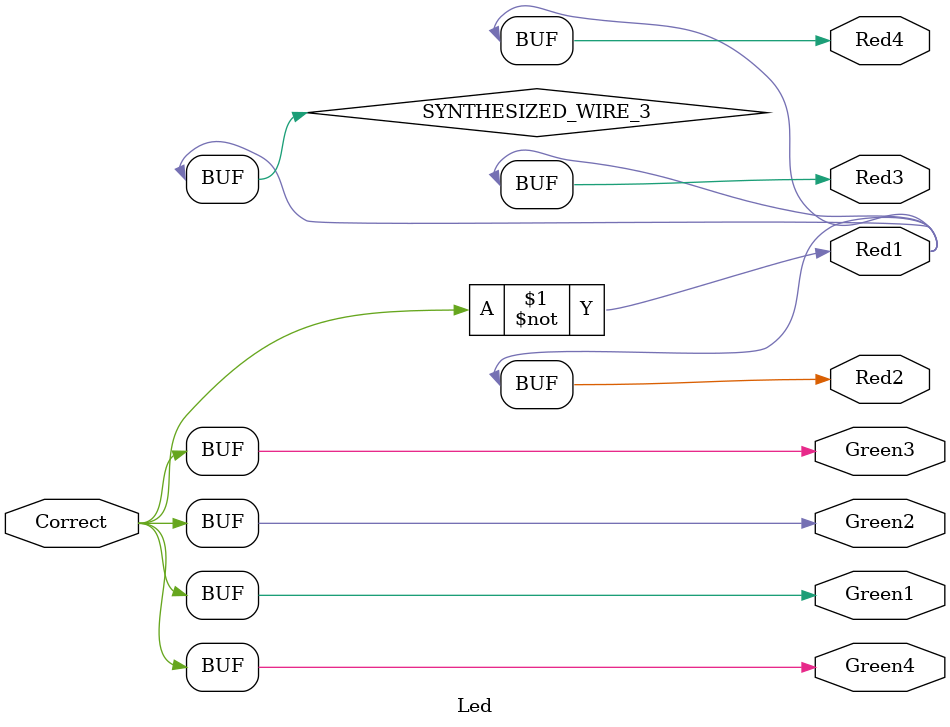
<source format=v>


module Led(
	Correct,
	Green1,
	Green2,
	Green3,
	Green4,
	Red1,
	Red2,
	Red3,
	Red4
);


input wire	Correct;
output wire	Green1;
output wire	Green2;
output wire	Green3;
output wire	Green4;
output wire	Red1;
output wire	Red2;
output wire	Red3;
output wire	Red4;

wire	SYNTHESIZED_WIRE_3;

assign	Green1 = Correct;
assign	Green2 = Correct;
assign	Green3 = Correct;
assign	Green4 = Correct;
assign	Red1 = SYNTHESIZED_WIRE_3;
assign	Red2 = SYNTHESIZED_WIRE_3;
assign	Red3 = SYNTHESIZED_WIRE_3;
assign	Red4 = SYNTHESIZED_WIRE_3;



assign	SYNTHESIZED_WIRE_3 =  ~Correct;


endmodule

</source>
